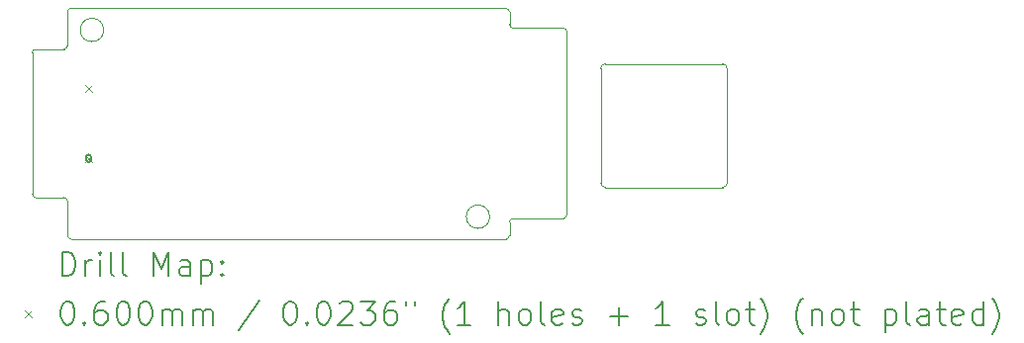
<source format=gbr>
%FSLAX45Y45*%
G04 Gerber Fmt 4.5, Leading zero omitted, Abs format (unit mm)*
G04 Created by KiCad (PCBNEW (6.0.1)) date 2023-03-18 21:32:50*
%MOMM*%
%LPD*%
G01*
G04 APERTURE LIST*
%TA.AperFunction,Profile*%
%ADD10C,0.100000*%
%TD*%
%ADD11C,0.200000*%
%ADD12C,0.060000*%
G04 APERTURE END LIST*
D10*
X8920000Y-15125000D02*
G75*
G03*
X8890000Y-15155000I0J-30000D01*
G01*
X5110000Y-15270000D02*
G75*
G03*
X5140000Y-15300000I30000J0D01*
G01*
X8860000Y-13325000D02*
X5140000Y-13325000D01*
X8860000Y-15300000D02*
G75*
G03*
X8890000Y-15270000I0J30000D01*
G01*
X5140000Y-13325000D02*
G75*
G03*
X5110000Y-13355000I0J-30000D01*
G01*
X10750000Y-13840000D02*
G75*
G03*
X10710000Y-13800000I-40000J0D01*
G01*
X10710000Y-14860000D02*
G75*
G03*
X10750000Y-14820000I0J40000D01*
G01*
X5110000Y-14975000D02*
G75*
G03*
X5080000Y-14945000I-30000J0D01*
G01*
X4840000Y-13675000D02*
G75*
G03*
X4810000Y-13705000I0J-30000D01*
G01*
X9350000Y-15125000D02*
G75*
G03*
X9380000Y-15095000I0J30000D01*
G01*
X9670000Y-13840000D02*
X9670000Y-14820000D01*
X5110000Y-14975000D02*
X5110000Y-15270000D01*
X5420000Y-13510000D02*
G75*
G03*
X5420000Y-13510000I-100000J0D01*
G01*
X9350000Y-13495000D02*
X8920000Y-13495000D01*
X9710000Y-13800000D02*
G75*
G03*
X9670000Y-13840000I0J-40000D01*
G01*
X9380000Y-13525000D02*
G75*
G03*
X9350000Y-13495000I-30000J0D01*
G01*
X4840000Y-14945000D02*
X5080000Y-14945000D01*
X8890000Y-13465000D02*
X8890000Y-13355000D01*
X9670000Y-14820000D02*
G75*
G03*
X9710000Y-14860000I40000J0D01*
G01*
X8890000Y-13465000D02*
G75*
G03*
X8920000Y-13495000I30000J0D01*
G01*
X5140000Y-15300000D02*
X8860000Y-15300000D01*
X5110000Y-13645000D02*
X5110000Y-13355000D01*
X4810000Y-14915000D02*
G75*
G03*
X4840000Y-14945000I30000J0D01*
G01*
X8890000Y-15270000D02*
X8890000Y-15155000D01*
X8920000Y-15125000D02*
X9350000Y-15125000D01*
X8890000Y-13355000D02*
G75*
G03*
X8860000Y-13325000I-30000J0D01*
G01*
X8720000Y-15110000D02*
G75*
G03*
X8720000Y-15110000I-100000J0D01*
G01*
X4810000Y-14915000D02*
X4810000Y-13705000D01*
X4840000Y-13675000D02*
X5080000Y-13675000D01*
X10750000Y-14820000D02*
X10750000Y-13840000D01*
X9710000Y-14860000D02*
X10710000Y-14860000D01*
X9380000Y-15095000D02*
X9380000Y-13525000D01*
X10710000Y-13800000D02*
X9710000Y-13800000D01*
X5080000Y-13675000D02*
G75*
G03*
X5110000Y-13645000I0J30000D01*
G01*
D11*
D12*
X5260000Y-13980000D02*
X5320000Y-14040000D01*
X5320000Y-13980000D02*
X5260000Y-14040000D01*
X5260000Y-14580000D02*
X5320000Y-14640000D01*
X5320000Y-14580000D02*
X5260000Y-14640000D01*
D11*
X5270000Y-14597500D02*
X5270000Y-14622500D01*
X5310000Y-14597500D02*
X5310000Y-14622500D01*
X5270000Y-14622500D02*
G75*
G03*
X5310000Y-14622500I20000J0D01*
G01*
X5310000Y-14597500D02*
G75*
G03*
X5270000Y-14597500I-20000J0D01*
G01*
X5062619Y-15615476D02*
X5062619Y-15415476D01*
X5110238Y-15415476D01*
X5138810Y-15425000D01*
X5157857Y-15444048D01*
X5167381Y-15463095D01*
X5176905Y-15501190D01*
X5176905Y-15529762D01*
X5167381Y-15567857D01*
X5157857Y-15586905D01*
X5138810Y-15605952D01*
X5110238Y-15615476D01*
X5062619Y-15615476D01*
X5262619Y-15615476D02*
X5262619Y-15482143D01*
X5262619Y-15520238D02*
X5272143Y-15501190D01*
X5281667Y-15491667D01*
X5300714Y-15482143D01*
X5319762Y-15482143D01*
X5386429Y-15615476D02*
X5386429Y-15482143D01*
X5386429Y-15415476D02*
X5376905Y-15425000D01*
X5386429Y-15434524D01*
X5395952Y-15425000D01*
X5386429Y-15415476D01*
X5386429Y-15434524D01*
X5510238Y-15615476D02*
X5491190Y-15605952D01*
X5481667Y-15586905D01*
X5481667Y-15415476D01*
X5615000Y-15615476D02*
X5595952Y-15605952D01*
X5586429Y-15586905D01*
X5586429Y-15415476D01*
X5843571Y-15615476D02*
X5843571Y-15415476D01*
X5910238Y-15558333D01*
X5976905Y-15415476D01*
X5976905Y-15615476D01*
X6157857Y-15615476D02*
X6157857Y-15510714D01*
X6148333Y-15491667D01*
X6129286Y-15482143D01*
X6091190Y-15482143D01*
X6072143Y-15491667D01*
X6157857Y-15605952D02*
X6138809Y-15615476D01*
X6091190Y-15615476D01*
X6072143Y-15605952D01*
X6062619Y-15586905D01*
X6062619Y-15567857D01*
X6072143Y-15548809D01*
X6091190Y-15539286D01*
X6138809Y-15539286D01*
X6157857Y-15529762D01*
X6253095Y-15482143D02*
X6253095Y-15682143D01*
X6253095Y-15491667D02*
X6272143Y-15482143D01*
X6310238Y-15482143D01*
X6329286Y-15491667D01*
X6338809Y-15501190D01*
X6348333Y-15520238D01*
X6348333Y-15577381D01*
X6338809Y-15596428D01*
X6329286Y-15605952D01*
X6310238Y-15615476D01*
X6272143Y-15615476D01*
X6253095Y-15605952D01*
X6434048Y-15596428D02*
X6443571Y-15605952D01*
X6434048Y-15615476D01*
X6424524Y-15605952D01*
X6434048Y-15596428D01*
X6434048Y-15615476D01*
X6434048Y-15491667D02*
X6443571Y-15501190D01*
X6434048Y-15510714D01*
X6424524Y-15501190D01*
X6434048Y-15491667D01*
X6434048Y-15510714D01*
D12*
X4745000Y-15915000D02*
X4805000Y-15975000D01*
X4805000Y-15915000D02*
X4745000Y-15975000D01*
D11*
X5100714Y-15835476D02*
X5119762Y-15835476D01*
X5138810Y-15845000D01*
X5148333Y-15854524D01*
X5157857Y-15873571D01*
X5167381Y-15911667D01*
X5167381Y-15959286D01*
X5157857Y-15997381D01*
X5148333Y-16016428D01*
X5138810Y-16025952D01*
X5119762Y-16035476D01*
X5100714Y-16035476D01*
X5081667Y-16025952D01*
X5072143Y-16016428D01*
X5062619Y-15997381D01*
X5053095Y-15959286D01*
X5053095Y-15911667D01*
X5062619Y-15873571D01*
X5072143Y-15854524D01*
X5081667Y-15845000D01*
X5100714Y-15835476D01*
X5253095Y-16016428D02*
X5262619Y-16025952D01*
X5253095Y-16035476D01*
X5243571Y-16025952D01*
X5253095Y-16016428D01*
X5253095Y-16035476D01*
X5434048Y-15835476D02*
X5395952Y-15835476D01*
X5376905Y-15845000D01*
X5367381Y-15854524D01*
X5348333Y-15883095D01*
X5338810Y-15921190D01*
X5338810Y-15997381D01*
X5348333Y-16016428D01*
X5357857Y-16025952D01*
X5376905Y-16035476D01*
X5415000Y-16035476D01*
X5434048Y-16025952D01*
X5443571Y-16016428D01*
X5453095Y-15997381D01*
X5453095Y-15949762D01*
X5443571Y-15930714D01*
X5434048Y-15921190D01*
X5415000Y-15911667D01*
X5376905Y-15911667D01*
X5357857Y-15921190D01*
X5348333Y-15930714D01*
X5338810Y-15949762D01*
X5576905Y-15835476D02*
X5595952Y-15835476D01*
X5615000Y-15845000D01*
X5624524Y-15854524D01*
X5634048Y-15873571D01*
X5643571Y-15911667D01*
X5643571Y-15959286D01*
X5634048Y-15997381D01*
X5624524Y-16016428D01*
X5615000Y-16025952D01*
X5595952Y-16035476D01*
X5576905Y-16035476D01*
X5557857Y-16025952D01*
X5548333Y-16016428D01*
X5538810Y-15997381D01*
X5529286Y-15959286D01*
X5529286Y-15911667D01*
X5538810Y-15873571D01*
X5548333Y-15854524D01*
X5557857Y-15845000D01*
X5576905Y-15835476D01*
X5767381Y-15835476D02*
X5786428Y-15835476D01*
X5805476Y-15845000D01*
X5815000Y-15854524D01*
X5824524Y-15873571D01*
X5834048Y-15911667D01*
X5834048Y-15959286D01*
X5824524Y-15997381D01*
X5815000Y-16016428D01*
X5805476Y-16025952D01*
X5786428Y-16035476D01*
X5767381Y-16035476D01*
X5748333Y-16025952D01*
X5738809Y-16016428D01*
X5729286Y-15997381D01*
X5719762Y-15959286D01*
X5719762Y-15911667D01*
X5729286Y-15873571D01*
X5738809Y-15854524D01*
X5748333Y-15845000D01*
X5767381Y-15835476D01*
X5919762Y-16035476D02*
X5919762Y-15902143D01*
X5919762Y-15921190D02*
X5929286Y-15911667D01*
X5948333Y-15902143D01*
X5976905Y-15902143D01*
X5995952Y-15911667D01*
X6005476Y-15930714D01*
X6005476Y-16035476D01*
X6005476Y-15930714D02*
X6015000Y-15911667D01*
X6034048Y-15902143D01*
X6062619Y-15902143D01*
X6081667Y-15911667D01*
X6091190Y-15930714D01*
X6091190Y-16035476D01*
X6186428Y-16035476D02*
X6186428Y-15902143D01*
X6186428Y-15921190D02*
X6195952Y-15911667D01*
X6215000Y-15902143D01*
X6243571Y-15902143D01*
X6262619Y-15911667D01*
X6272143Y-15930714D01*
X6272143Y-16035476D01*
X6272143Y-15930714D02*
X6281667Y-15911667D01*
X6300714Y-15902143D01*
X6329286Y-15902143D01*
X6348333Y-15911667D01*
X6357857Y-15930714D01*
X6357857Y-16035476D01*
X6748333Y-15825952D02*
X6576905Y-16083095D01*
X7005476Y-15835476D02*
X7024524Y-15835476D01*
X7043571Y-15845000D01*
X7053095Y-15854524D01*
X7062619Y-15873571D01*
X7072143Y-15911667D01*
X7072143Y-15959286D01*
X7062619Y-15997381D01*
X7053095Y-16016428D01*
X7043571Y-16025952D01*
X7024524Y-16035476D01*
X7005476Y-16035476D01*
X6986428Y-16025952D01*
X6976905Y-16016428D01*
X6967381Y-15997381D01*
X6957857Y-15959286D01*
X6957857Y-15911667D01*
X6967381Y-15873571D01*
X6976905Y-15854524D01*
X6986428Y-15845000D01*
X7005476Y-15835476D01*
X7157857Y-16016428D02*
X7167381Y-16025952D01*
X7157857Y-16035476D01*
X7148333Y-16025952D01*
X7157857Y-16016428D01*
X7157857Y-16035476D01*
X7291190Y-15835476D02*
X7310238Y-15835476D01*
X7329286Y-15845000D01*
X7338809Y-15854524D01*
X7348333Y-15873571D01*
X7357857Y-15911667D01*
X7357857Y-15959286D01*
X7348333Y-15997381D01*
X7338809Y-16016428D01*
X7329286Y-16025952D01*
X7310238Y-16035476D01*
X7291190Y-16035476D01*
X7272143Y-16025952D01*
X7262619Y-16016428D01*
X7253095Y-15997381D01*
X7243571Y-15959286D01*
X7243571Y-15911667D01*
X7253095Y-15873571D01*
X7262619Y-15854524D01*
X7272143Y-15845000D01*
X7291190Y-15835476D01*
X7434048Y-15854524D02*
X7443571Y-15845000D01*
X7462619Y-15835476D01*
X7510238Y-15835476D01*
X7529286Y-15845000D01*
X7538809Y-15854524D01*
X7548333Y-15873571D01*
X7548333Y-15892619D01*
X7538809Y-15921190D01*
X7424524Y-16035476D01*
X7548333Y-16035476D01*
X7615000Y-15835476D02*
X7738809Y-15835476D01*
X7672143Y-15911667D01*
X7700714Y-15911667D01*
X7719762Y-15921190D01*
X7729286Y-15930714D01*
X7738809Y-15949762D01*
X7738809Y-15997381D01*
X7729286Y-16016428D01*
X7719762Y-16025952D01*
X7700714Y-16035476D01*
X7643571Y-16035476D01*
X7624524Y-16025952D01*
X7615000Y-16016428D01*
X7910238Y-15835476D02*
X7872143Y-15835476D01*
X7853095Y-15845000D01*
X7843571Y-15854524D01*
X7824524Y-15883095D01*
X7815000Y-15921190D01*
X7815000Y-15997381D01*
X7824524Y-16016428D01*
X7834048Y-16025952D01*
X7853095Y-16035476D01*
X7891190Y-16035476D01*
X7910238Y-16025952D01*
X7919762Y-16016428D01*
X7929286Y-15997381D01*
X7929286Y-15949762D01*
X7919762Y-15930714D01*
X7910238Y-15921190D01*
X7891190Y-15911667D01*
X7853095Y-15911667D01*
X7834048Y-15921190D01*
X7824524Y-15930714D01*
X7815000Y-15949762D01*
X8005476Y-15835476D02*
X8005476Y-15873571D01*
X8081667Y-15835476D02*
X8081667Y-15873571D01*
X8376905Y-16111667D02*
X8367381Y-16102143D01*
X8348333Y-16073571D01*
X8338809Y-16054524D01*
X8329286Y-16025952D01*
X8319762Y-15978333D01*
X8319762Y-15940238D01*
X8329286Y-15892619D01*
X8338809Y-15864048D01*
X8348333Y-15845000D01*
X8367381Y-15816428D01*
X8376905Y-15806905D01*
X8557857Y-16035476D02*
X8443571Y-16035476D01*
X8500714Y-16035476D02*
X8500714Y-15835476D01*
X8481667Y-15864048D01*
X8462619Y-15883095D01*
X8443571Y-15892619D01*
X8795952Y-16035476D02*
X8795952Y-15835476D01*
X8881667Y-16035476D02*
X8881667Y-15930714D01*
X8872143Y-15911667D01*
X8853095Y-15902143D01*
X8824524Y-15902143D01*
X8805476Y-15911667D01*
X8795952Y-15921190D01*
X9005476Y-16035476D02*
X8986429Y-16025952D01*
X8976905Y-16016428D01*
X8967381Y-15997381D01*
X8967381Y-15940238D01*
X8976905Y-15921190D01*
X8986429Y-15911667D01*
X9005476Y-15902143D01*
X9034048Y-15902143D01*
X9053095Y-15911667D01*
X9062619Y-15921190D01*
X9072143Y-15940238D01*
X9072143Y-15997381D01*
X9062619Y-16016428D01*
X9053095Y-16025952D01*
X9034048Y-16035476D01*
X9005476Y-16035476D01*
X9186429Y-16035476D02*
X9167381Y-16025952D01*
X9157857Y-16006905D01*
X9157857Y-15835476D01*
X9338810Y-16025952D02*
X9319762Y-16035476D01*
X9281667Y-16035476D01*
X9262619Y-16025952D01*
X9253095Y-16006905D01*
X9253095Y-15930714D01*
X9262619Y-15911667D01*
X9281667Y-15902143D01*
X9319762Y-15902143D01*
X9338810Y-15911667D01*
X9348333Y-15930714D01*
X9348333Y-15949762D01*
X9253095Y-15968809D01*
X9424524Y-16025952D02*
X9443571Y-16035476D01*
X9481667Y-16035476D01*
X9500714Y-16025952D01*
X9510238Y-16006905D01*
X9510238Y-15997381D01*
X9500714Y-15978333D01*
X9481667Y-15968809D01*
X9453095Y-15968809D01*
X9434048Y-15959286D01*
X9424524Y-15940238D01*
X9424524Y-15930714D01*
X9434048Y-15911667D01*
X9453095Y-15902143D01*
X9481667Y-15902143D01*
X9500714Y-15911667D01*
X9748333Y-15959286D02*
X9900714Y-15959286D01*
X9824524Y-16035476D02*
X9824524Y-15883095D01*
X10253095Y-16035476D02*
X10138810Y-16035476D01*
X10195952Y-16035476D02*
X10195952Y-15835476D01*
X10176905Y-15864048D01*
X10157857Y-15883095D01*
X10138810Y-15892619D01*
X10481667Y-16025952D02*
X10500714Y-16035476D01*
X10538810Y-16035476D01*
X10557857Y-16025952D01*
X10567381Y-16006905D01*
X10567381Y-15997381D01*
X10557857Y-15978333D01*
X10538810Y-15968809D01*
X10510238Y-15968809D01*
X10491190Y-15959286D01*
X10481667Y-15940238D01*
X10481667Y-15930714D01*
X10491190Y-15911667D01*
X10510238Y-15902143D01*
X10538810Y-15902143D01*
X10557857Y-15911667D01*
X10681667Y-16035476D02*
X10662619Y-16025952D01*
X10653095Y-16006905D01*
X10653095Y-15835476D01*
X10786429Y-16035476D02*
X10767381Y-16025952D01*
X10757857Y-16016428D01*
X10748333Y-15997381D01*
X10748333Y-15940238D01*
X10757857Y-15921190D01*
X10767381Y-15911667D01*
X10786429Y-15902143D01*
X10815000Y-15902143D01*
X10834048Y-15911667D01*
X10843571Y-15921190D01*
X10853095Y-15940238D01*
X10853095Y-15997381D01*
X10843571Y-16016428D01*
X10834048Y-16025952D01*
X10815000Y-16035476D01*
X10786429Y-16035476D01*
X10910238Y-15902143D02*
X10986429Y-15902143D01*
X10938810Y-15835476D02*
X10938810Y-16006905D01*
X10948333Y-16025952D01*
X10967381Y-16035476D01*
X10986429Y-16035476D01*
X11034048Y-16111667D02*
X11043571Y-16102143D01*
X11062619Y-16073571D01*
X11072143Y-16054524D01*
X11081667Y-16025952D01*
X11091190Y-15978333D01*
X11091190Y-15940238D01*
X11081667Y-15892619D01*
X11072143Y-15864048D01*
X11062619Y-15845000D01*
X11043571Y-15816428D01*
X11034048Y-15806905D01*
X11395952Y-16111667D02*
X11386428Y-16102143D01*
X11367381Y-16073571D01*
X11357857Y-16054524D01*
X11348333Y-16025952D01*
X11338809Y-15978333D01*
X11338809Y-15940238D01*
X11348333Y-15892619D01*
X11357857Y-15864048D01*
X11367381Y-15845000D01*
X11386428Y-15816428D01*
X11395952Y-15806905D01*
X11472143Y-15902143D02*
X11472143Y-16035476D01*
X11472143Y-15921190D02*
X11481667Y-15911667D01*
X11500714Y-15902143D01*
X11529286Y-15902143D01*
X11548333Y-15911667D01*
X11557857Y-15930714D01*
X11557857Y-16035476D01*
X11681667Y-16035476D02*
X11662619Y-16025952D01*
X11653095Y-16016428D01*
X11643571Y-15997381D01*
X11643571Y-15940238D01*
X11653095Y-15921190D01*
X11662619Y-15911667D01*
X11681667Y-15902143D01*
X11710238Y-15902143D01*
X11729286Y-15911667D01*
X11738809Y-15921190D01*
X11748333Y-15940238D01*
X11748333Y-15997381D01*
X11738809Y-16016428D01*
X11729286Y-16025952D01*
X11710238Y-16035476D01*
X11681667Y-16035476D01*
X11805476Y-15902143D02*
X11881667Y-15902143D01*
X11834048Y-15835476D02*
X11834048Y-16006905D01*
X11843571Y-16025952D01*
X11862619Y-16035476D01*
X11881667Y-16035476D01*
X12100714Y-15902143D02*
X12100714Y-16102143D01*
X12100714Y-15911667D02*
X12119762Y-15902143D01*
X12157857Y-15902143D01*
X12176905Y-15911667D01*
X12186428Y-15921190D01*
X12195952Y-15940238D01*
X12195952Y-15997381D01*
X12186428Y-16016428D01*
X12176905Y-16025952D01*
X12157857Y-16035476D01*
X12119762Y-16035476D01*
X12100714Y-16025952D01*
X12310238Y-16035476D02*
X12291190Y-16025952D01*
X12281667Y-16006905D01*
X12281667Y-15835476D01*
X12472143Y-16035476D02*
X12472143Y-15930714D01*
X12462619Y-15911667D01*
X12443571Y-15902143D01*
X12405476Y-15902143D01*
X12386428Y-15911667D01*
X12472143Y-16025952D02*
X12453095Y-16035476D01*
X12405476Y-16035476D01*
X12386428Y-16025952D01*
X12376905Y-16006905D01*
X12376905Y-15987857D01*
X12386428Y-15968809D01*
X12405476Y-15959286D01*
X12453095Y-15959286D01*
X12472143Y-15949762D01*
X12538809Y-15902143D02*
X12615000Y-15902143D01*
X12567381Y-15835476D02*
X12567381Y-16006905D01*
X12576905Y-16025952D01*
X12595952Y-16035476D01*
X12615000Y-16035476D01*
X12757857Y-16025952D02*
X12738809Y-16035476D01*
X12700714Y-16035476D01*
X12681667Y-16025952D01*
X12672143Y-16006905D01*
X12672143Y-15930714D01*
X12681667Y-15911667D01*
X12700714Y-15902143D01*
X12738809Y-15902143D01*
X12757857Y-15911667D01*
X12767381Y-15930714D01*
X12767381Y-15949762D01*
X12672143Y-15968809D01*
X12938809Y-16035476D02*
X12938809Y-15835476D01*
X12938809Y-16025952D02*
X12919762Y-16035476D01*
X12881667Y-16035476D01*
X12862619Y-16025952D01*
X12853095Y-16016428D01*
X12843571Y-15997381D01*
X12843571Y-15940238D01*
X12853095Y-15921190D01*
X12862619Y-15911667D01*
X12881667Y-15902143D01*
X12919762Y-15902143D01*
X12938809Y-15911667D01*
X13015000Y-16111667D02*
X13024524Y-16102143D01*
X13043571Y-16073571D01*
X13053095Y-16054524D01*
X13062619Y-16025952D01*
X13072143Y-15978333D01*
X13072143Y-15940238D01*
X13062619Y-15892619D01*
X13053095Y-15864048D01*
X13043571Y-15845000D01*
X13024524Y-15816428D01*
X13015000Y-15806905D01*
M02*

</source>
